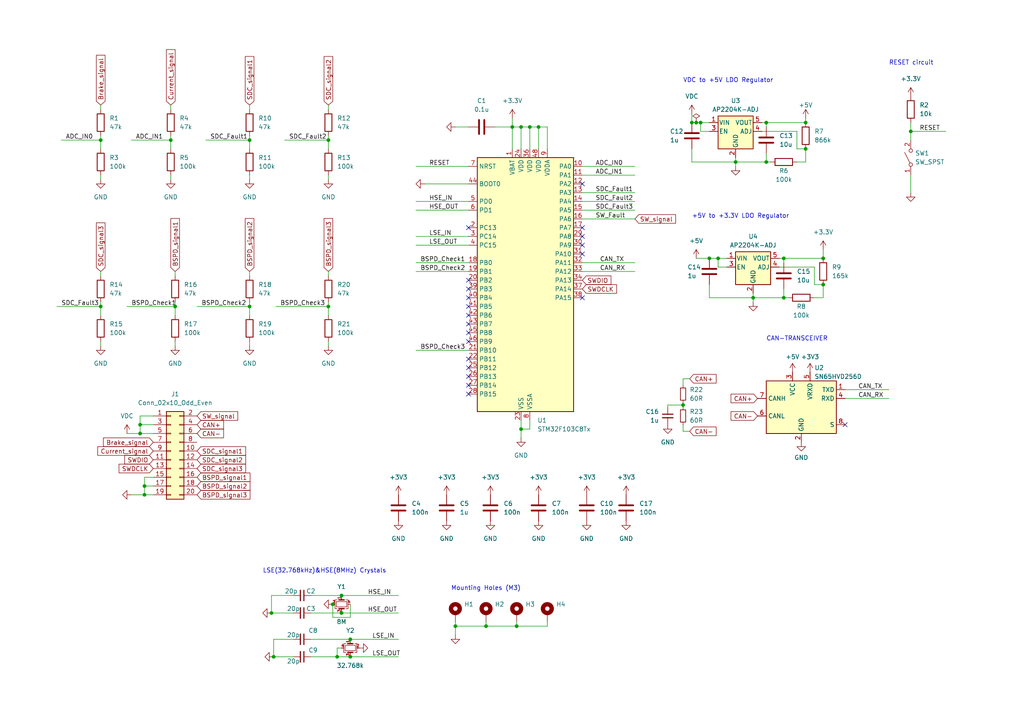
<source format=kicad_sch>
(kicad_sch (version 20230121) (generator eeschema)
  (paper "A4")
  (lib_symbols
    (symbol "Connector_Generic:Conn_02x10_Odd_Even" (pin_names (offset 1.016) hide)
      (property "Reference" "J" (at 1.27 12.7 0))
      (property "Value" "Conn_02x10_Odd_Even" (at 1.27 -15.24 0))
      (symbol "Conn_02x10_Odd_Even_1_1"
        (rectangle (start -1.27 -12.573) (end 0 -12.827) (stroke (width 0.1524)))
        (rectangle (start -1.27 -10.033) (end 0 -10.287) (stroke (width 0.1524)))
        (rectangle (start -1.27 -7.493) (end 0 -7.747) (stroke (width 0.1524)))
        (rectangle (start -1.27 -4.953) (end 0 -5.207) (stroke (width 0.1524)))
        (rectangle (start -1.27 -2.413) (end 0 -2.667) (stroke (width 0.1524)))
        (rectangle (start -1.27 0.127) (end 0 -0.127) (stroke (width 0.1524)))
        (rectangle (start -1.27 2.667) (end 0 2.413) (stroke (width 0.1524)))
        (rectangle (start -1.27 5.207) (end 0 4.953) (stroke (width 0.1524)))
        (rectangle (start -1.27 7.747) (end 0 7.493) (stroke (width 0.1524)))
        (rectangle (start -1.27 10.287) (end 0 10.033) (stroke (width 0.1524)))
        (rectangle (start -1.27 11.43) (end 3.81 -13.97) (stroke (width 0.254)) (fill (type background)))
        (rectangle (start 3.81 -12.573) (end 2.54 -12.827) (stroke (width 0.1524)))
        (rectangle (start 3.81 -10.033) (end 2.54 -10.287) (stroke (width 0.1524)))
        (rectangle (start 3.81 -7.493) (end 2.54 -7.747) (stroke (width 0.1524)))
        (rectangle (start 3.81 -4.953) (end 2.54 -5.207) (stroke (width 0.1524)))
        (rectangle (start 3.81 -2.413) (end 2.54 -2.667) (stroke (width 0.1524)))
        (rectangle (start 3.81 0.127) (end 2.54 -0.127) (stroke (width 0.1524)))
        (rectangle (start 3.81 2.667) (end 2.54 2.413) (stroke (width 0.1524)))
        (rectangle (start 3.81 5.207) (end 2.54 4.953) (stroke (width 0.1524)))
        (rectangle (start 3.81 7.747) (end 2.54 7.493) (stroke (width 0.1524)))
        (rectangle (start 3.81 10.287) (end 2.54 10.033) (stroke (width 0.1524)))
        (pin passive line (at -5.08 10.16 0) (length 3.81) (name "Pin_1") (number "1"))
        (pin passive line (at 7.62 0 180) (length 3.81) (name "Pin_10") (number "10"))
        (pin passive line (at -5.08 -2.54 0) (length 3.81) (name "Pin_11") (number "11"))
        (pin passive line (at 7.62 -2.54 180) (length 3.81) (name "Pin_12") (number "12"))
        (pin passive line (at -5.08 -5.08 0) (length 3.81) (name "Pin_13") (number "13"))
        (pin passive line (at 7.62 -5.08 180) (length 3.81) (name "Pin_14") (number "14"))
        (pin passive line (at -5.08 -7.62 0) (length 3.81) (name "Pin_15") (number "15"))
        (pin passive line (at 7.62 -7.62 180) (length 3.81) (name "Pin_16") (number "16"))
        (pin passive line (at -5.08 -10.16 0) (length 3.81) (name "Pin_17") (number "17"))
        (pin passive line (at 7.62 -10.16 180) (length 3.81) (name "Pin_18") (number "18"))
        (pin passive line (at -5.08 -12.7 0) (length 3.81) (name "Pin_19") (number "19"))
        (pin passive line (at 7.62 10.16 180) (length 3.81) (name "Pin_2") (number "2"))
        (pin passive line (at 7.62 -12.7 180) (length 3.81) (name "Pin_20") (number "20"))
        (pin passive line (at -5.08 7.62 0) (length 3.81) (name "Pin_3") (number "3"))
        (pin passive line (at 7.62 7.62 180) (length 3.81) (name "Pin_4") (number "4"))
        (pin passive line (at -5.08 5.08 0) (length 3.81) (name "Pin_5") (number "5"))
        (pin passive line (at 7.62 5.08 180) (length 3.81) (name "Pin_6") (number "6"))
        (pin passive line (at -5.08 2.54 0) (length 3.81) (name "Pin_7") (number "7"))
        (pin passive line (at 7.62 2.54 180) (length 3.81) (name "Pin_8") (number "8"))
        (pin passive line (at -5.08 0 0) (length 3.81) (name "Pin_9") (number "9"))
      )
    )
    (symbol "Device:C" (pin_numbers hide) (pin_names (offset 0.254))
      (property "Reference" "C" (at 0.635 2.54 0))
      (property "Value" "C" (at 0.635 -2.54 0))
      (symbol "C_0_1"
        (polyline (pts (xy -2.032 -0.762) (xy 2.032 -0.762)) (stroke (width 0.508)))
        (polyline (pts (xy -2.032 0.762) (xy 2.032 0.762)) (stroke (width 0.508)))
      )
      (symbol "C_1_1"
        (pin passive line (at 0 3.81 270) (length 2.794) (name "~") (number "1"))
        (pin passive line (at 0 -3.81 90) (length 2.794) (name "~") (number "2"))
      )
    )
    (symbol "Device:C_Small" (pin_numbers hide) (pin_names (offset 0.254) hide)
      (property "Reference" "C" (at 0.254 1.778 0))
      (property "Value" "C_Small" (at 0.254 -2.032 0))
      (symbol "C_Small_0_1"
        (polyline (pts (xy -1.524 -0.508) (xy 1.524 -0.508)) (stroke (width 0.3302)))
        (polyline (pts (xy -1.524 0.508) (xy 1.524 0.508)) (stroke (width 0.3048)))
      )
      (symbol "C_Small_1_1"
        (pin passive line (at 0 2.54 270) (length 2.032) (name "~") (number "1"))
        (pin passive line (at 0 -2.54 90) (length 2.032) (name "~") (number "2"))
      )
    )
    (symbol "Device:Crystal_GND24_Small" (pin_names (offset 1.016) hide)
      (property "Reference" "Y" (at 1.27 4.445 0))
      (property "Value" "Crystal_GND24_Small" (at 1.27 2.54 0))
      (symbol "Crystal_GND24_Small_0_1"
        (rectangle (start -0.762 -1.524) (end 0.762 1.524))
        (polyline (pts (xy -1.27 -0.762) (xy -1.27 0.762)) (stroke (width 0.381)))
        (polyline (pts (xy 1.27 -0.762) (xy 1.27 0.762)) (stroke (width 0.381)))
        (polyline (pts (xy -1.27 -1.27) (xy -1.27 -1.905) (xy 1.27 -1.905) (xy 1.27 -1.27)))
        (polyline (pts (xy -1.27 1.27) (xy -1.27 1.905) (xy 1.27 1.905) (xy 1.27 1.27)))
      )
      (symbol "Crystal_GND24_Small_1_1"
        (pin passive line (at -2.54 0 0) (length 1.27) (name "1") (number "1"))
        (pin passive line (at 0 -2.54 90) (length 0.635) (name "2") (number "2"))
        (pin passive line (at 2.54 0 180) (length 1.27) (name "3") (number "3"))
        (pin passive line (at 0 2.54 270) (length 0.635) (name "4") (number "4"))
      )
    )
    (symbol "Device:R" (pin_numbers hide) (pin_names (offset 0))
      (property "Reference" "R" (at 2.032 0 90))
      (property "Value" "R" (at 0 0 90))
      (symbol "R_0_1"
        (rectangle (start -1.016 -2.54) (end 1.016 2.54) (stroke (width 0.254)))
      )
      (symbol "R_1_1"
        (pin passive line (at 0 3.81 270) (length 1.27) (name "~") (number "1"))
        (pin passive line (at 0 -3.81 90) (length 1.27) (name "~") (number "2"))
      )
    )
    (symbol "Device:R_Small" (pin_numbers hide) (pin_names (offset 0.254) hide)
      (property "Reference" "R" (at 0.762 0.508 0))
      (property "Value" "R_Small" (at 0.762 -1.016 0))
      (symbol "R_Small_0_1"
        (rectangle (start -0.762 1.778) (end 0.762 -1.778) (stroke (width 0.2032)))
      )
      (symbol "R_Small_1_1"
        (pin passive line (at 0 2.54 270) (length 0.762) (name "~") (number "1"))
        (pin passive line (at 0 -2.54 90) (length 0.762) (name "~") (number "2"))
      )
    )
    (symbol "Interface_CAN_LIN:SN65HVD256D"
      (property "Reference" "U" (at -8.89 8.89 0))
      (property "Value" "SN65HVD256D" (at 2.54 8.89 0))
      (symbol "SN65HVD256D_0_1"
        (rectangle (start -10.16 7.62) (end 10.16 -7.62) (stroke (width 0.254)) (fill (type background)))
      )
      (symbol "SN65HVD256D_1_1"
        (pin input line (at -12.7 5.08 0) (length 2.54) (name "TXD") (number "1"))
        (pin power_in line (at 0 -10.16 90) (length 2.54) (name "GND") (number "2"))
        (pin power_in line (at 2.54 10.16 270) (length 2.54) (name "VCC") (number "3"))
        (pin output line (at -12.7 2.54 0) (length 2.54) (name "RXD") (number "4"))
        (pin power_in line (at -2.54 10.16 270) (length 2.54) (name "VRXD") (number "5"))
        (pin bidirectional line (at 12.7 -2.54 180) (length 2.54) (name "CANL") (number "6"))
        (pin bidirectional line (at 12.7 2.54 180) (length 2.54) (name "CANH") (number "7"))
        (pin input line (at -12.7 -5.08 0) (length 2.54) (name "S") (number "8"))
      )
    )
    (symbol "MCU_ST_STM32F1:STM32F103C8Tx"
      (property "Reference" "U" (at -12.7 39.37 0))
      (property "Value" "STM32F103C8Tx" (at 10.16 39.37 0))
      (symbol "STM32F103C8Tx_0_1"
        (rectangle (start -12.7 -35.56) (end 15.24 38.1) (stroke (width 0.254)) (fill (type background)))
      )
      (symbol "STM32F103C8Tx_1_1"
        (pin power_in line (at -2.54 40.64 270) (length 2.54) (name "VBAT") (number "1"))
        (pin bidirectional line (at 17.78 35.56 180) (length 2.54) (name "PA0") (number "10"))
        (pin bidirectional line (at 17.78 33.02 180) (length 2.54) (name "PA1") (number "11"))
        (pin bidirectional line (at 17.78 30.48 180) (length 2.54) (name "PA2") (number "12"))
        (pin bidirectional line (at 17.78 27.94 180) (length 2.54) (name "PA3") (number "13"))
        (pin bidirectional line (at 17.78 25.4 180) (length 2.54) (name "PA4") (number "14"))
        (pin bidirectional line (at 17.78 22.86 180) (length 2.54) (name "PA5") (number "15"))
        (pin bidirectional line (at 17.78 20.32 180) (length 2.54) (name "PA6") (number "16"))
        (pin bidirectional line (at 17.78 17.78 180) (length 2.54) (name "PA7") (number "17"))
        (pin bidirectional line (at -15.24 7.62 0) (length 2.54) (name "PB0") (number "18"))
        (pin bidirectional line (at -15.24 5.08 0) (length 2.54) (name "PB1") (number "19"))
        (pin bidirectional line (at -15.24 17.78 0) (length 2.54) (name "PC13") (number "2"))
        (pin bidirectional line (at -15.24 2.54 0) (length 2.54) (name "PB2") (number "20"))
        (pin bidirectional line (at -15.24 -17.78 0) (length 2.54) (name "PB10") (number "21"))
        (pin bidirectional line (at -15.24 -20.32 0) (length 2.54) (name "PB11") (number "22"))
        (pin power_in line (at 0 -38.1 90) (length 2.54) (name "VSS") (number "23"))
        (pin power_in line (at 0 40.64 270) (length 2.54) (name "VDD") (number "24"))
        (pin bidirectional line (at -15.24 -22.86 0) (length 2.54) (name "PB12") (number "25"))
        (pin bidirectional line (at -15.24 -25.4 0) (length 2.54) (name "PB13") (number "26"))
        (pin bidirectional line (at -15.24 -27.94 0) (length 2.54) (name "PB14") (number "27"))
        (pin bidirectional line (at -15.24 -30.48 0) (length 2.54) (name "PB15") (number "28"))
        (pin bidirectional line (at 17.78 15.24 180) (length 2.54) (name "PA8") (number "29"))
        (pin bidirectional line (at -15.24 15.24 0) (length 2.54) (name "PC14") (number "3"))
        (pin bidirectional line (at 17.78 12.7 180) (length 2.54) (name "PA9") (number "30"))
        (pin bidirectional line (at 17.78 10.16 180) (length 2.54) (name "PA10") (number "31"))
        (pin bidirectional line (at 17.78 7.62 180) (length 2.54) (name "PA11") (number "32"))
        (pin bidirectional line (at 17.78 5.08 180) (length 2.54) (name "PA12") (number "33"))
        (pin bidirectional line (at 17.78 2.54 180) (length 2.54) (name "PA13") (number "34"))
        (pin passive line (at 0 -38.1 90) (length 2.54) hide (name "VSS") (number "35"))
        (pin power_in line (at 2.54 40.64 270) (length 2.54) (name "VDD") (number "36"))
        (pin bidirectional line (at 17.78 0 180) (length 2.54) (name "PA14") (number "37"))
        (pin bidirectional line (at 17.78 -2.54 180) (length 2.54) (name "PA15") (number "38"))
        (pin bidirectional line (at -15.24 0 0) (length 2.54) (name "PB3") (number "39"))
        (pin bidirectional line (at -15.24 12.7 0) (length 2.54) (name "PC15") (number "4"))
        (pin bidirectional line (at -15.24 -2.54 0) (length 2.54) (name "PB4") (number "40"))
        (pin bidirectional line (at -15.24 -5.08 0) (length 2.54) (name "PB5") (number "41"))
        (pin bidirectional line (at -15.24 -7.62 0) (length 2.54) (name "PB6") (number "42"))
        (pin bidirectional line (at -15.24 -10.16 0) (length 2.54) (name "PB7") (number "43"))
        (pin input line (at -15.24 30.48 0) (length 2.54) (name "BOOT0") (number "44"))
        (pin bidirectional line (at -15.24 -12.7 0) (length 2.54) (name "PB8") (number "45"))
        (pin bidirectional line (at -15.24 -15.24 0) (length 2.54) (name "PB9") (number "46"))
        (pin passive line (at 0 -38.1 90) (length 2.54) hide (name "VSS") (number "47"))
        (pin power_in line (at 5.08 40.64 270) (length 2.54) (name "VDD") (number "48"))
        (pin bidirectional line (at -15.24 25.4 0) (length 2.54) (name "PD0") (number "5"))
        (pin bidirectional line (at -15.24 22.86 0) (length 2.54) (name "PD1") (number "6"))
        (pin input line (at -15.24 35.56 0) (length 2.54) (name "NRST") (number "7"))
        (pin power_in line (at 2.54 -38.1 90) (length 2.54) (name "VSSA") (number "8"))
        (pin power_in line (at 7.62 40.64 270) (length 2.54) (name "VDDA") (number "9"))
      )
    )
    (symbol "Mechanical:MountingHole_Pad" (pin_numbers hide) (pin_names (offset 1.016) hide)
      (property "Reference" "H" (at 0 6.35 0))
      (property "Value" "MountingHole_Pad" (at 0 4.445 0))
      (symbol "MountingHole_Pad_0_1"
        (circle (center 0 1.27) (radius 1.27) (stroke (width 1.27)))
      )
      (symbol "MountingHole_Pad_1_1"
        (pin input line (at 0 -2.54 90) (length 2.54) (name "1") (number "1"))
      )
    )
    (symbol "Regulator_Linear:AP2204K-ADJ" (pin_names (offset 0.254))
      (property "Reference" "U" (at -5.08 5.715 0))
      (property "Value" "AP2204K-ADJ" (at 0 5.715 0))
      (symbol "AP2204K-ADJ_0_1"
        (rectangle (start -5.08 4.445) (end 5.08 -5.08) (stroke (width 0.254)) (fill (type background)))
      )
      (symbol "AP2204K-ADJ_1_1"
        (pin power_in line (at -7.62 2.54 0) (length 2.54) (name "VIN") (number "1"))
        (pin power_in line (at 0 -7.62 90) (length 2.54) (name "GND") (number "2"))
        (pin input line (at -7.62 0 0) (length 2.54) (name "EN") (number "3"))
        (pin input line (at 7.62 0 180) (length 2.54) (name "ADJ") (number "4"))
        (pin power_out line (at 7.62 2.54 180) (length 2.54) (name "VOUT") (number "5"))
      )
    )
    (symbol "Switch:SW_SPST" (pin_names (offset 0) hide)
      (property "Reference" "SW" (at 0 3.175 0))
      (property "Value" "SW_SPST" (at 0 -2.54 0))
      (symbol "SW_SPST_0_0"
        (circle (center -2.032 0) (radius 0.508))
        (polyline (pts (xy -1.524 0.254) (xy 1.524 1.778)))
        (circle (center 2.032 0) (radius 0.508))
      )
      (symbol "SW_SPST_1_1"
        (pin passive line (at -5.08 0 0) (length 2.54) (name "A") (number "1"))
        (pin passive line (at 5.08 0 180) (length 2.54) (name "B") (number "2"))
      )
    )
    (symbol "power:+3.3V" (power) (pin_names (offset 0))
      (property "Value" "+3.3V" (at 0 3.556 0))
      (symbol "+3.3V_0_1"
        (polyline (pts (xy -0.762 1.27) (xy 0 2.54)))
        (polyline (pts (xy 0 0) (xy 0 2.54)))
        (polyline (pts (xy 0 2.54) (xy 0.762 1.27)))
      )
      (symbol "+3.3V_1_1"
        (pin power_in line (at 0 0 90) (length 0) hide (name "+3.3V") (number "1"))
      )
    )
    (symbol "power:+3V3" (power) (pin_names (offset 0))
      (property "Value" "+3V3" (at 0 3.556 0))
      (symbol "+3V3_0_1"
        (polyline (pts (xy -0.762 1.27) (xy 0 2.54)))
        (polyline (pts (xy 0 0) (xy 0 2.54)))
        (polyline (pts (xy 0 2.54) (xy 0.762 1.27)))
      )
      (symbol "+3V3_1_1"
        (pin power_in line (at 0 0 90) (length 0) hide (name "+3V3") (number "1"))
      )
    )
    (symbol "power:+5V" (power) (pin_names (offset 0))
      (property "Value" "+5V" (at 0 3.556 0))
      (symbol "+5V_0_1"
        (polyline (pts (xy -0.762 1.27) (xy 0 2.54)))
        (polyline (pts (xy 0 0) (xy 0 2.54)))
        (polyline (pts (xy 0 2.54) (xy 0.762 1.27)))
      )
      (symbol "+5V_1_1"
        (pin power_in line (at 0 0 90) (length 0) hide (name "+5V") (number "1"))
      )
    )
    (symbol "power:GND" (power) (pin_names (offset 0))
      (property "Value" "GND" (at 0 -3.81 0))
      (symbol "GND_0_1"
        (polyline (pts (xy 0 0) (xy 0 -1.27) (xy 1.27 -1.27) (xy 0 -2.54) (xy -1.27 -1.27) (xy 0 -1.27)))
      )
      (symbol "GND_1_1"
        (pin power_in line (at 0 0 270) (length 0) hide (name "GND") (number "1"))
      )
    )
    (symbol "power:PWR_FLAG" (power) (pin_numbers hide) (pin_names (offset 0) hide)
      (property "Value" "PWR_FLAG" (at 0 3.81 0))
      (symbol "PWR_FLAG_0_0"
        (pin power_out line (at 0 0 90) (length 0) (name "pwr") (number "1"))
      )
      (symbol "PWR_FLAG_0_1"
        (polyline (pts (xy 0 0) (xy 0 1.27) (xy -1.016 1.905) (xy 0 2.54) (xy 1.016 1.905) (xy 0 1.27)))
      )
    )
    (symbol "power:VDC" (power) (pin_names (offset 0))
      (property "Value" "VDC" (at 0 6.35 0))
      (symbol "VDC_0_1"
        (polyline (pts (xy -0.762 1.27) (xy 0 2.54)))
        (polyline (pts (xy 0 0) (xy 0 2.54)))
        (polyline (pts (xy 0 2.54) (xy 0.762 1.27)))
      )
      (symbol "VDC_1_1"
        (pin power_in line (at 0 0 90) (length 0) hide (name "VDC") (number "1"))
      )
    )
  )
  (junction (at 96.52 175.26))
  (junction (at 97.79 190.5))
  (junction (at 41.91 143.51))
  (junction (at 132.08 181.61))
  (junction (at 233.68 35.56))
  (junction (at 99.06 177.8))
  (junction (at 149.86 181.61))
  (junction (at 208.28 74.93))
  (junction (at 40.64 123.19))
  (junction (at 201.93 35.56))
  (junction (at 72.39 40.64))
  (junction (at 72.39 88.9))
  (junction (at 156.21 36.83))
  (junction (at 50.8 88.9))
  (junction (at 238.76 74.93))
  (junction (at 101.6 190.5))
  (junction (at 153.67 36.83))
  (junction (at 222.25 35.56))
  (junction (at 227.33 74.93))
  (junction (at 95.25 88.9))
  (junction (at 198.12 117.475))
  (junction (at 40.64 125.73))
  (junction (at 99.06 172.72))
  (junction (at 203.2 35.56))
  (junction (at 200.66 35.56))
  (junction (at 140.97 181.61))
  (junction (at 101.6 185.42))
  (junction (at 29.21 40.64))
  (junction (at 148.59 36.83))
  (junction (at 41.91 140.97))
  (junction (at 205.74 74.93))
  (junction (at 227.33 86.36))
  (junction (at 233.68 43.18))
  (junction (at 222.25 46.99))
  (junction (at 29.21 88.9))
  (junction (at 238.76 82.55))
  (junction (at 218.44 86.36))
  (junction (at 213.36 46.99))
  (junction (at 79.375 190.5))
  (junction (at 95.25 40.64))
  (junction (at 264.16 38.1))
  (junction (at 151.13 124.46))
  (junction (at 49.53 40.64))
  (junction (at 78.74 177.8))
  (junction (at 151.13 36.83))
  (no_connect (at 135.89 96.52))
  (no_connect (at 135.89 104.14))
  (no_connect (at 245.11 123.19))
  (no_connect (at 168.91 66.04))
  (no_connect (at 135.89 106.68))
  (no_connect (at 135.89 111.76))
  (no_connect (at 168.91 53.34))
  (no_connect (at 135.89 93.98))
  (no_connect (at 135.89 86.36))
  (no_connect (at 135.89 114.3))
  (no_connect (at 135.89 66.04))
  (no_connect (at 168.91 73.66))
  (no_connect (at 135.89 88.9))
  (no_connect (at 168.91 71.12))
  (no_connect (at 135.89 91.44))
  (no_connect (at 135.89 83.82))
  (no_connect (at 168.91 86.36))
  (no_connect (at 135.89 81.28))
  (no_connect (at 168.91 68.58))
  (no_connect (at 135.89 109.22))
  (no_connect (at 135.89 99.06))
  (wire (pts (xy 238.76 82.55) (xy 238.76 86.36)))
  (wire (pts (xy 153.67 36.83) (xy 153.67 43.18)))
  (wire (pts (xy 245.11 113.03) (xy 257.81 113.03)))
  (wire (pts (xy 151.13 36.83) (xy 153.67 36.83)))
  (wire (pts (xy 29.21 99.06) (xy 29.21 100.33)))
  (wire (pts (xy 101.6 185.42) (xy 115.57 185.42)))
  (wire (pts (xy 120.65 71.12) (xy 135.89 71.12)))
  (wire (pts (xy 220.98 38.1) (xy 231.14 38.1)))
  (wire (pts (xy 29.21 39.37) (xy 29.21 40.64)))
  (wire (pts (xy 143.51 36.83) (xy 148.59 36.83)))
  (wire (pts (xy 72.39 40.64) (xy 72.39 43.18)))
  (wire (pts (xy 156.21 36.83) (xy 158.75 36.83)))
  (wire (pts (xy 132.08 181.61) (xy 132.08 184.15)))
  (wire (pts (xy 29.21 88.9) (xy 29.21 91.44)))
  (wire (pts (xy 238.76 72.39) (xy 238.76 74.93)))
  (wire (pts (xy 168.91 60.96) (xy 184.15 60.96)))
  (wire (pts (xy 29.21 30.48) (xy 29.21 31.75)))
  (wire (pts (xy 222.25 35.56) (xy 222.25 36.83)))
  (wire (pts (xy 222.25 35.56) (xy 233.68 35.56)))
  (wire (pts (xy 198.12 125.095) (xy 198.12 123.19)))
  (wire (pts (xy 90.17 190.5) (xy 97.79 190.5)))
  (wire (pts (xy 198.12 116.84) (xy 198.12 117.475)))
  (wire (pts (xy 97.79 187.96) (xy 97.79 190.5)))
  (wire (pts (xy 29.21 40.64) (xy 29.21 43.18)))
  (wire (pts (xy 264.16 38.1) (xy 274.32 38.1)))
  (wire (pts (xy 38.1 143.51) (xy 41.91 143.51)))
  (wire (pts (xy 38.1 40.64) (xy 49.53 40.64)))
  (wire (pts (xy 140.97 181.61) (xy 149.86 181.61)))
  (wire (pts (xy 227.33 74.93) (xy 227.33 76.2)))
  (wire (pts (xy 231.14 46.99) (xy 233.68 46.99)))
  (wire (pts (xy 198.12 109.855) (xy 198.12 111.76)))
  (wire (pts (xy 95.25 88.9) (xy 95.25 91.44)))
  (wire (pts (xy 49.53 40.64) (xy 49.53 43.18)))
  (wire (pts (xy 49.53 50.8) (xy 49.53 52.07)))
  (wire (pts (xy 44.45 140.97) (xy 41.91 140.97)))
  (wire (pts (xy 213.36 46.99) (xy 213.36 45.72)))
  (wire (pts (xy 264.16 38.1) (xy 264.16 40.64)))
  (wire (pts (xy 222.25 46.99) (xy 223.52 46.99)))
  (wire (pts (xy 151.13 36.83) (xy 148.59 36.83)))
  (wire (pts (xy 120.65 68.58) (xy 135.89 68.58)))
  (wire (pts (xy 120.65 60.96) (xy 135.89 60.96)))
  (wire (pts (xy 140.97 180.34) (xy 140.97 181.61)))
  (wire (pts (xy 78.74 177.8) (xy 78.74 172.72)))
  (wire (pts (xy 208.28 74.93) (xy 208.28 77.47)))
  (wire (pts (xy 151.13 121.92) (xy 151.13 124.46)))
  (wire (pts (xy 95.25 39.37) (xy 95.25 40.64)))
  (wire (pts (xy 78.74 177.8) (xy 85.09 177.8)))
  (wire (pts (xy 203.2 35.56) (xy 203.2 38.1)))
  (wire (pts (xy 40.64 123.19) (xy 44.45 123.19)))
  (wire (pts (xy 233.68 34.29) (xy 233.68 35.56)))
  (wire (pts (xy 158.75 181.61) (xy 158.75 180.34)))
  (wire (pts (xy 101.6 190.5) (xy 115.57 190.5)))
  (wire (pts (xy 95.25 78.74) (xy 95.25 80.01)))
  (wire (pts (xy 168.91 78.74) (xy 184.15 78.74)))
  (wire (pts (xy 72.39 99.06) (xy 72.39 100.33)))
  (wire (pts (xy 101.6 175.26) (xy 101.6 179.07)))
  (wire (pts (xy 168.91 48.26) (xy 184.15 48.26)))
  (wire (pts (xy 168.91 58.42) (xy 184.15 58.42)))
  (wire (pts (xy 97.79 190.5) (xy 101.6 190.5)))
  (wire (pts (xy 95.25 99.06) (xy 95.25 100.33)))
  (wire (pts (xy 41.91 143.51) (xy 44.45 143.51)))
  (wire (pts (xy 72.39 30.48) (xy 72.39 31.75)))
  (wire (pts (xy 50.8 87.63) (xy 50.8 88.9)))
  (wire (pts (xy 72.39 78.74) (xy 72.39 80.01)))
  (wire (pts (xy 213.36 46.99) (xy 222.25 46.99)))
  (wire (pts (xy 120.65 76.2) (xy 135.89 76.2)))
  (wire (pts (xy 79.375 190.5) (xy 85.09 190.5)))
  (wire (pts (xy 201.93 74.93) (xy 205.74 74.93)))
  (wire (pts (xy 49.53 30.48) (xy 49.53 31.75)))
  (wire (pts (xy 236.22 77.47) (xy 236.22 82.55)))
  (wire (pts (xy 72.39 88.9) (xy 72.39 91.44)))
  (wire (pts (xy 231.14 38.1) (xy 231.14 43.18)))
  (wire (pts (xy 95.25 87.63) (xy 95.25 88.9)))
  (wire (pts (xy 151.13 124.46) (xy 151.13 127)))
  (wire (pts (xy 153.67 36.83) (xy 156.21 36.83)))
  (wire (pts (xy 79.375 190.5) (xy 79.375 185.42)))
  (wire (pts (xy 208.28 74.93) (xy 210.82 74.93)))
  (wire (pts (xy 226.06 74.93) (xy 227.33 74.93)))
  (wire (pts (xy 50.8 78.74) (xy 50.8 80.01)))
  (wire (pts (xy 72.39 50.8) (xy 72.39 52.07)))
  (wire (pts (xy 29.21 50.8) (xy 29.21 52.07)))
  (wire (pts (xy 49.53 39.37) (xy 49.53 40.64)))
  (wire (pts (xy 227.33 83.82) (xy 227.33 86.36)))
  (wire (pts (xy 236.22 86.36) (xy 238.76 86.36)))
  (wire (pts (xy 36.83 125.73) (xy 40.64 125.73)))
  (wire (pts (xy 205.74 74.93) (xy 208.28 74.93)))
  (wire (pts (xy 193.675 117.475) (xy 193.675 118.11)))
  (wire (pts (xy 148.59 36.83) (xy 148.59 43.18)))
  (wire (pts (xy 168.91 50.8) (xy 184.15 50.8)))
  (wire (pts (xy 78.74 172.72) (xy 85.09 172.72)))
  (wire (pts (xy 201.93 35.56) (xy 203.2 35.56)))
  (wire (pts (xy 40.64 125.73) (xy 44.45 125.73)))
  (wire (pts (xy 245.11 115.57) (xy 257.81 115.57)))
  (wire (pts (xy 149.86 181.61) (xy 158.75 181.61)))
  (wire (pts (xy 149.86 180.34) (xy 149.86 181.61)))
  (wire (pts (xy 236.22 82.55) (xy 238.76 82.55)))
  (wire (pts (xy 59.69 40.64) (xy 72.39 40.64)))
  (wire (pts (xy 99.06 187.96) (xy 97.79 187.96)))
  (wire (pts (xy 90.17 177.8) (xy 99.06 177.8)))
  (wire (pts (xy 44.45 120.65) (xy 40.64 120.65)))
  (wire (pts (xy 198.12 117.475) (xy 198.12 118.11)))
  (wire (pts (xy 205.74 86.36) (xy 218.44 86.36)))
  (wire (pts (xy 132.08 180.34) (xy 132.08 181.61)))
  (wire (pts (xy 80.01 88.9) (xy 95.25 88.9)))
  (wire (pts (xy 40.64 123.19) (xy 40.64 125.73)))
  (wire (pts (xy 57.15 88.9) (xy 72.39 88.9)))
  (wire (pts (xy 36.83 88.9) (xy 50.8 88.9)))
  (wire (pts (xy 168.91 63.5) (xy 184.15 63.5)))
  (wire (pts (xy 72.39 87.63) (xy 72.39 88.9)))
  (wire (pts (xy 99.06 172.72) (xy 115.57 172.72)))
  (wire (pts (xy 203.2 38.1) (xy 205.74 38.1)))
  (wire (pts (xy 90.17 185.42) (xy 101.6 185.42)))
  (wire (pts (xy 44.45 138.43) (xy 41.91 138.43)))
  (wire (pts (xy 120.65 78.74) (xy 135.89 78.74)))
  (wire (pts (xy 218.44 86.36) (xy 218.44 85.09)))
  (wire (pts (xy 120.65 58.42) (xy 135.89 58.42)))
  (wire (pts (xy 29.21 78.74) (xy 29.21 80.01)))
  (wire (pts (xy 50.8 99.06) (xy 50.8 100.33)))
  (wire (pts (xy 95.25 40.64) (xy 95.25 43.18)))
  (wire (pts (xy 200.66 43.18) (xy 200.66 46.99)))
  (wire (pts (xy 151.13 43.18) (xy 151.13 36.83)))
  (wire (pts (xy 72.39 39.37) (xy 72.39 40.64)))
  (wire (pts (xy 200.66 35.56) (xy 201.93 35.56)))
  (wire (pts (xy 203.2 35.56) (xy 205.74 35.56)))
  (wire (pts (xy 156.21 36.83) (xy 156.21 43.18)))
  (wire (pts (xy 153.67 124.46) (xy 151.13 124.46)))
  (wire (pts (xy 95.25 50.8) (xy 95.25 52.07)))
  (wire (pts (xy 200.66 33.02) (xy 200.66 35.56)))
  (wire (pts (xy 40.64 120.65) (xy 40.64 123.19)))
  (wire (pts (xy 50.8 88.9) (xy 50.8 91.44)))
  (wire (pts (xy 153.67 121.92) (xy 153.67 124.46)))
  (wire (pts (xy 79.375 185.42) (xy 85.09 185.42)))
  (wire (pts (xy 120.65 48.26) (xy 135.89 48.26)))
  (wire (pts (xy 222.25 44.45) (xy 222.25 46.99)))
  (wire (pts (xy 123.19 53.34) (xy 135.89 53.34)))
  (wire (pts (xy 264.16 50.8) (xy 264.16 55.88)))
  (wire (pts (xy 16.51 88.9) (xy 29.21 88.9)))
  (wire (pts (xy 227.33 86.36) (xy 228.6 86.36)))
  (wire (pts (xy 193.675 117.475) (xy 198.12 117.475)))
  (wire (pts (xy 120.65 101.6) (xy 135.89 101.6)))
  (wire (pts (xy 200.025 125.095) (xy 198.12 125.095)))
  (wire (pts (xy 231.14 43.18) (xy 233.68 43.18)))
  (wire (pts (xy 220.98 35.56) (xy 222.25 35.56)))
  (wire (pts (xy 29.21 87.63) (xy 29.21 88.9)))
  (wire (pts (xy 200.66 46.99) (xy 213.36 46.99)))
  (wire (pts (xy 208.28 77.47) (xy 210.82 77.47)))
  (wire (pts (xy 233.68 43.18) (xy 233.68 46.99)))
  (wire (pts (xy 82.55 40.64) (xy 95.25 40.64)))
  (wire (pts (xy 264.16 38.1) (xy 264.16 35.56)))
  (wire (pts (xy 132.08 181.61) (xy 140.97 181.61)))
  (wire (pts (xy 168.91 76.2) (xy 184.15 76.2)))
  (wire (pts (xy 218.44 87.63) (xy 218.44 86.36)))
  (wire (pts (xy 101.6 179.07) (xy 96.52 179.07)))
  (wire (pts (xy 96.52 179.07) (xy 96.52 175.26)))
  (wire (pts (xy 41.91 140.97) (xy 41.91 143.51)))
  (wire (pts (xy 132.08 36.83) (xy 135.89 36.83)))
  (wire (pts (xy 17.78 40.64) (xy 29.21 40.64)))
  (wire (pts (xy 218.44 86.36) (xy 227.33 86.36)))
  (wire (pts (xy 95.25 30.48) (xy 95.25 31.75)))
  (wire (pts (xy 158.75 36.83) (xy 158.75 43.18)))
  (wire (pts (xy 99.06 177.8) (xy 115.57 177.8)))
  (wire (pts (xy 226.06 77.47) (xy 236.22 77.47)))
  (wire (pts (xy 205.74 82.55) (xy 205.74 86.36)))
  (wire (pts (xy 148.59 34.29) (xy 148.59 36.83)))
  (wire (pts (xy 227.33 74.93) (xy 238.76 74.93)))
  (wire (pts (xy 200.025 109.855) (xy 198.12 109.855)))
  (wire (pts (xy 168.91 55.88) (xy 184.15 55.88)))
  (wire (pts (xy 90.17 172.72) (xy 99.06 172.72)))
  (wire (pts (xy 213.36 48.26) (xy 213.36 46.99)))
  (wire (pts (xy 41.91 138.43) (xy 41.91 140.97)))
  (text "+5V to +3.3V LDO Regulator\n" (at 200.66 63.5 0) (effects (font (size 1.27 1.27)) (justify left bottom)))
  (text "Mounting Holes (M3)\n" (at 130.81 171.45 0) (effects (font (size 1.27 1.27)) (justify left bottom)))
  (text "RESET circuit" (at 257.81 19.05 0) (effects (font (size 1.27 1.27)) (justify left bottom)))
  (text "VDC to +5V LDO Regulator\n" (at 198.12 24.13 0) (effects (font (size 1.27 1.27)) (justify left bottom)))
  (text "CAN-TRANSCEIVER" (at 222.25 99.06 0) (effects (font (size 1.27 1.27)) (justify left bottom)))
  (text "LSE(32.768kHz)&HSE(8MHz) Crystals\n" (at 76.2 166.37 0) (effects (font (size 1.27 1.27)) (justify left bottom)))
  (label "HSE_OUT" (at 124.46 60.96 0))
  (label "HSE_OUT" (at 106.68 177.8 0))
  (label "BSPD_Check1" (at 121.92 76.2 0))
  (label "SDC_Fault2" (at 172.72 58.42 0))
  (label "RESET" (at 124.46 48.26 0))
  (label "LSE_IN" (at 124.46 68.58 0))
  (label "SDC_Fault3" (at 17.78 88.9 0))
  (label "BSPD_Check2" (at 58.42 88.9 0))
  (label "RESET" (at 266.7 38.1 0))
  (label "LSE_OUT" (at 107.95 190.5 0))
  (label "ADC_IN0" (at 172.72 48.26 0))
  (label "CAN_RX" (at 173.99 78.74 0))
  (label "BSPD_Check2" (at 121.92 78.74 0))
  (label "SDC_Fault1" (at 60.96 40.64 0))
  (label "BSPD_Check3" (at 121.92 101.6 0))
  (label "CAN_TX" (at 248.92 113.03 0))
  (label "LSE_IN" (at 107.95 185.42 0))
  (label "SW_Fault" (at 172.72 63.5 0))
  (label "ADC_IN0" (at 19.05 40.64 0))
  (label "CAN_TX" (at 173.99 76.2 0))
  (label "ADC_IN1" (at 39.37 40.64 0))
  (label "BSPD_Check1" (at 38.1 88.9 0))
  (label "HSE_IN" (at 124.46 58.42 0))
  (label "SDC_Fault1" (at 172.72 55.88 0))
  (label "SDC_Fault2" (at 83.82 40.64 0))
  (label "CAN_RX" (at 248.92 115.57 0))
  (label "ADC_IN1" (at 172.72 50.8 0))
  (label "BSPD_Check3" (at 81.28 88.9 0))
  (label "HSE_IN" (at 106.68 172.72 0))
  (label "SDC_Fault3" (at 172.72 60.96 0))
  (label "LSE_OUT" (at 124.46 71.12 0))
  (global_label "Current_signal" (shape input) (at 49.53 30.48 90) (property "Intersheetrefs" "${INTERSHEET_REFS}" (effects hide)))
  (global_label "CAN+" (shape input) (at 200.025 109.855 0) (property "Intersheetrefs" "${INTERSHEET_REFS}" (effects hide)))
  (global_label "SDC_signal3" (shape input) (at 57.15 135.89 0) (property "Intersheetrefs" "${INTERSHEET_REFS}" (effects hide)))
  (global_label "CAN-" (shape input) (at 200.025 125.095 0) (property "Intersheetrefs" "${INTERSHEET_REFS}" (effects hide)))
  (global_label "Brake_signal" (shape input) (at 44.45 128.27 180) (property "Intersheetrefs" "${INTERSHEET_REFS}" (effects hide)))
  (global_label "SWDCLK" (shape input) (at 168.91 83.82 0) (property "Intersheetrefs" "${INTERSHEET_REFS}" (effects hide)))
  (global_label "SDC_signal2" (shape input) (at 57.15 133.35 0) (property "Intersheetrefs" "${INTERSHEET_REFS}" (effects hide)))
  (global_label "SWDCLK" (shape input) (at 44.45 135.89 180) (property "Intersheetrefs" "${INTERSHEET_REFS}" (effects hide)))
  (global_label "SDC_signal1" (shape input) (at 57.15 130.81 0) (property "Intersheetrefs" "${INTERSHEET_REFS}" (effects hide)))
  (global_label "CAN+" (shape input) (at 219.71 115.57 180) (property "Intersheetrefs" "${INTERSHEET_REFS}" (effects hide)))
  (global_label "SW_signal" (shape input) (at 184.15 63.5 0) (property "Intersheetrefs" "${INTERSHEET_REFS}" (effects hide)))
  (global_label "CAN-" (shape input) (at 57.15 125.73 0) (property "Intersheetrefs" "${INTERSHEET_REFS}" (effects hide)))
  (global_label "BSPD_signal2" (shape input) (at 72.39 78.74 90) (property "Intersheetrefs" "${INTERSHEET_REFS}" (effects hide)))
  (global_label "SDC_signal1" (shape input) (at 72.39 30.48 90) (property "Intersheetrefs" "${INTERSHEET_REFS}" (effects hide)))
  (global_label "SWDIO" (shape input) (at 168.91 81.28 0) (property "Intersheetrefs" "${INTERSHEET_REFS}" (effects hide)))
  (global_label "BSPD_signal1" (shape input) (at 50.8 78.74 90) (property "Intersheetrefs" "${INTERSHEET_REFS}" (effects hide)))
  (global_label "BSPD_signal2" (shape input) (at 57.15 140.97 0) (property "Intersheetrefs" "${INTERSHEET_REFS}" (effects hide)))
  (global_label "Brake_signal" (shape input) (at 29.21 30.48 90) (property "Intersheetrefs" "${INTERSHEET_REFS}" (effects hide)))
  (global_label "CAN-" (shape input) (at 219.71 120.65 180) (property "Intersheetrefs" "${INTERSHEET_REFS}" (effects hide)))
  (global_label "SDC_signal2" (shape input) (at 95.25 30.48 90) (property "Intersheetrefs" "${INTERSHEET_REFS}" (effects hide)))
  (global_label "CAN+" (shape input) (at 57.15 123.19 0) (property "Intersheetrefs" "${INTERSHEET_REFS}" (effects hide)))
  (global_label "SW_signal" (shape input) (at 57.15 120.65 0) (property "Intersheetrefs" "${INTERSHEET_REFS}" (effects hide)))
  (global_label "BSPD_signal1" (shape input) (at 57.15 138.43 0) (property "Intersheetrefs" "${INTERSHEET_REFS}" (effects hide)))
  (global_label "SDC_signal3" (shape input) (at 29.21 78.74 90) (property "Intersheetrefs" "${INTERSHEET_REFS}" (effects hide)))
  (global_label "Current_signal" (shape input) (at 44.45 130.81 180) (property "Intersheetrefs" "${INTERSHEET_REFS}" (effects hide)))
  (global_label "BSPD_signal3" (shape input) (at 95.25 78.74 90) (property "Intersheetrefs" "${INTERSHEET_REFS}" (effects hide)))
  (global_label "SWDIO" (shape input) (at 44.45 133.35 180) (property "Intersheetrefs" "${INTERSHEET_REFS}" (effects hide)))
  (global_label "BSPD_signal3" (shape input) (at 57.15 143.51 0) (property "Intersheetrefs" "${INTERSHEET_REFS}" (effects hide)))
  (symbol (lib_id "Device:R") (at 232.41 86.36 90) (unit 1)
    (property "Reference" "R8" (at 232.41 88.9 90))
    (property "Value" "100k" (at 232.41 91.44 90))
    (property "Footprint" "Resistor_SMD:R_0603_1608Metric" (effects hide))
  )
  (symbol (lib_id "Device:C") (at 129.54 147.32 0) (unit 1)
    (property "Reference" "C5" (at 133.35 146.05 0) (effects (justify left)))
    (property "Value" "1u" (at 133.35 148.59 0) (effects (justify left)))
    (property "Footprint" "Resistor_SMD:R_0603_1608Metric" (effects hide))
  )
  (symbol (lib_id "Mechanical:MountingHole_Pad") (at 158.75 177.8 0) (unit 1) (in_bom no)
    (property "Reference" "H4" (at 161.29 175.26 0) (effects (justify left)))
    (property "Value" "MountingHole_Pad" (effects hide))
    (property "Footprint" "MountingHole:MountingHole_2.2mm_M2_Pad" (effects hide))
  )
  (symbol (lib_id "Device:Crystal_GND24_Small") (at 99.06 175.26 270) (unit 1)
    (property "Reference" "Y1" (at 99.06 170.18 90))
    (property "Value" "8M" (at 99.06 180.34 90))
    (property "Footprint" "Crystal:Crystal_SMD_SeikoEpson_FA238-4Pin_3.2x2.5mm" (effects hide))
  )
  (symbol (lib_id "Connector_Generic:Conn_02x10_Odd_Even") (at 49.53 130.81 0) (unit 1)
    (property "Reference" "J1" (at 50.8 114.3 0))
    (property "Value" "Conn_02x10_Odd_Even" (at 50.8 116.84 0))
  )
  (symbol (lib_id "Device:R") (at 95.25 83.82 0) (unit 1)
    (property "Reference" "R20" (at 97.79 82.55 0) (effects (justify left)))
    (property "Value" "47k" (at 97.79 85.09 0) (effects (justify left)))
    (property "Footprint" "Resistor_SMD:R_0603_1608Metric" (effects hide))
  )
  (symbol (lib_id "Device:C") (at 227.33 80.01 0) (unit 1)
    (property "Reference" "C15" (at 231.14 78.74 0) (effects (justify left)))
    (property "Value" "10u" (at 231.14 81.28 0) (effects (justify left)))
    (property "Footprint" "Capacitor_SMD:C_0805_2012Metric" (effects hide))
  )
  (symbol (lib_id "power:GND") (at 132.08 36.83 270) (unit 1)
    (property "Reference" "#PWR03" (effects hide))
    (property "Value" "GND" (effects hide))
  )
  (symbol (lib_id "power:+5V") (at 233.68 34.29 0) (unit 1)
    (property "Reference" "#PWR025" (effects hide))
    (property "Value" "+5V" (at 233.68 30.48 0))
  )
  (symbol (lib_id "power:GND") (at 213.36 48.26 0) (unit 1)
    (property "Reference" "#PWR024" (effects hide))
    (property "Value" "GND" (effects hide))
  )
  (symbol (lib_id "power:GND") (at 29.21 52.07 0) (unit 1)
    (property "Reference" "#PWR016" (effects hide))
    (property "Value" "GND" (at 29.21 57.15 0))
  )
  (symbol (lib_id "power:GND") (at 264.16 55.88 0) (unit 1)
    (property "Reference" "#PWR020" (effects hide))
    (property "Value" "GND" (effects hide))
  )
  (symbol (lib_id "power:+3.3V") (at 148.59 34.29 0) (unit 1)
    (property "Reference" "#PWR02" (effects hide))
    (property "Value" "+3.3V" (at 148.59 29.21 0))
  )
  (symbol (lib_id "Device:C") (at 222.25 40.64 0) (unit 1)
    (property "Reference" "C13" (at 226.06 39.37 0) (effects (justify left)))
    (property "Value" "10u" (at 226.06 41.91 0) (effects (justify left)))
    (property "Footprint" "Capacitor_SMD:C_0805_2012Metric" (effects hide))
  )
  (symbol (lib_id "Device:C") (at 156.21 147.32 0) (unit 1)
    (property "Reference" "C7" (at 160.02 146.05 0) (effects (justify left)))
    (property "Value" "100n" (at 160.02 148.59 0) (effects (justify left)))
    (property "Footprint" "Resistor_SMD:R_0603_1608Metric" (effects hide))
  )
  (symbol (lib_id "Mechanical:MountingHole_Pad") (at 132.08 177.8 0) (unit 1) (in_bom no)
    (property "Reference" "H1" (at 134.62 175.26 0) (effects (justify left)))
    (property "Value" "MountingHole_Pad" (effects hide))
    (property "Footprint" "MountingHole:MountingHole_2.2mm_M2_Pad" (effects hide))
  )
  (symbol (lib_id "power:VDC") (at 36.83 125.73 0) (unit 1)
    (property "Reference" "#PWR014" (effects hide))
    (property "Value" "VDC" (at 36.83 120.65 0))
  )
  (symbol (lib_id "power:+5V") (at 201.93 74.93 0) (unit 1)
    (property "Reference" "#PWR028" (effects hide))
    (property "Value" "+5V" (at 201.93 69.85 0))
  )
  (symbol (lib_id "Device:C_Small") (at 87.63 190.5 270) (unit 1)
    (property "Reference" "C9" (at 90.805 188.595 90))
    (property "Value" "20p" (at 85.09 191.77 90))
    (property "Footprint" "Capacitor_SMD:C_0603_1608Metric" (effects hide))
  )
  (symbol (lib_id "Device:R") (at 72.39 95.25 0) (unit 1)
    (property "Reference" "R19" (at 74.93 93.98 0) (effects (justify left)))
    (property "Value" "100k" (at 74.93 96.52 0) (effects (justify left)))
    (property "Footprint" "Resistor_SMD:R_0603_1608Metric" (effects hide))
  )
  (symbol (lib_id "power:+3V3") (at 170.18 143.51 0) (unit 1)
    (property "Reference" "#PWR018" (effects hide))
    (property "Value" "+3V3" (at 170.18 138.43 0))
  )
  (symbol (lib_id "power:GND") (at 95.25 52.07 0) (unit 1)
    (property "Reference" "#PWR034" (effects hide))
    (property "Value" "GND" (at 95.25 57.15 0))
  )
  (symbol (lib_id "power:GND") (at 129.54 151.13 0) (unit 1)
    (property "Reference" "#PWR08" (effects hide))
    (property "Value" "GND" (at 129.54 156.21 0))
  )
  (symbol (lib_id "Device:R_Small") (at 198.12 114.3 0) (unit 1)
    (property "Reference" "R22" (at 200.025 113.03 0) (effects (justify left)))
    (property "Value" "60R" (at 200.025 115.57 0) (effects (justify left)))
    (property "Footprint" "Resistor_SMD:R_0603_1608Metric" (effects hide))
  )
  (symbol (lib_id "Device:C_Small") (at 87.63 185.42 270) (unit 1)
    (property "Reference" "C8" (at 90.805 182.88 90))
    (property "Value" "20p" (at 85.09 184.15 90))
    (property "Footprint" "Capacitor_SMD:C_0603_1608Metric" (effects hide))
  )
  (symbol (lib_id "power:GND") (at 115.57 151.13 0) (unit 1)
    (property "Reference" "#PWR06" (effects hide))
    (property "Value" "GND" (at 115.57 156.21 0))
  )
  (symbol (lib_id "Device:R") (at 72.39 83.82 0) (unit 1)
    (property "Reference" "R18" (at 74.93 82.55 0) (effects (justify left)))
    (property "Value" "47k" (at 74.93 85.09 0) (effects (justify left)))
    (property "Footprint" "Resistor_SMD:R_0603_1608Metric" (effects hide))
  )
  (symbol (lib_id "Device:R") (at 95.25 35.56 0) (unit 1)
    (property "Reference" "R12" (at 97.79 34.29 0) (effects (justify left)))
    (property "Value" "47k" (at 97.79 36.83 0) (effects (justify left)))
    (property "Footprint" "Resistor_SMD:R_0603_1608Metric" (effects hide))
  )
  (symbol (lib_id "Device:R") (at 264.16 31.75 0) (unit 1)
    (property "Reference" "R2" (at 266.7 30.48 0) (effects (justify left)))
    (property "Value" "10k" (at 266.7 33.02 0) (effects (justify left)))
    (property "Footprint" "Resistor_SMD:R_0603_1608Metric" (effects hide))
  )
  (symbol (lib_id "power:+3.3V") (at 264.16 27.94 0) (unit 1)
    (property "Reference" "#PWR019" (effects hide))
    (property "Value" "+3.3V" (at 264.16 22.86 0))
  )
  (symbol (lib_id "power:GND") (at 123.19 53.34 270) (unit 1)
    (property "Reference" "#PWR013" (effects hide))
    (property "Value" "GND" (effects hide))
  )
  (symbol (lib_id "power:GND") (at 50.8 100.33 0) (unit 1)
    (property "Reference" "#PWR038" (effects hide))
    (property "Value" "GND" (at 50.8 105.41 0))
  )
  (symbol (lib_id "power:GND") (at 170.18 151.13 0) (unit 1)
    (property "Reference" "#PWR062" (effects hide))
    (property "Value" "GND" (at 170.18 156.21 0))
  )
  (symbol (lib_id "Regulator_Linear:AP2204K-ADJ") (at 218.44 77.47 0) (unit 1)
    (property "Reference" "U4" (at 218.44 68.58 0))
    (property "Value" "AP2204K-ADJ" (at 218.44 71.12 0))
    (property "Footprint" "Package_TO_SOT_SMD:SOT-23-5" (effects hide))
    (property "Datasheet" "https://www.diodes.com/assets/Datasheets/AP2204.pdf" (effects hide))
  )
  (symbol (lib_id "power:+3V3") (at 129.54 143.51 0) (unit 1)
    (property "Reference" "#PWR07" (effects hide))
    (property "Value" "+3V3" (at 129.54 138.43 0))
  )
  (symbol (lib_id "power:GND") (at 49.53 52.07 0) (unit 1)
    (property "Reference" "#PWR030" (effects hide))
    (property "Value" "GND" (at 49.53 57.15 0))
  )
  (symbol (lib_id "power:+3V3") (at 156.21 143.51 0) (unit 1)
    (property "Reference" "#PWR011" (effects hide))
    (property "Value" "+3V3" (at 156.21 138.43 0))
  )
  (symbol (lib_id "Device:C") (at 139.7 36.83 90) (unit 1)
    (property "Reference" "C1" (at 139.7 29.21 90))
    (property "Value" "0.1u" (at 139.7 31.75 90))
  )
  (symbol (lib_id "Device:R") (at 95.25 95.25 0) (unit 1)
    (property "Reference" "R21" (at 97.79 93.98 0) (effects (justify left)))
    (property "Value" "100k" (at 97.79 96.52 0) (effects (justify left)))
    (property "Footprint" "Resistor_SMD:R_0603_1608Metric" (effects hide))
  )
  (symbol (lib_id "Device:R") (at 49.53 35.56 0) (unit 1)
    (property "Reference" "R4" (at 52.07 34.29 0) (effects (justify left)))
    (property "Value" "47k" (at 52.07 36.83 0) (effects (justify left)))
    (property "Footprint" "Resistor_SMD:R_0603_1608Metric" (effects hide))
  )
  (symbol (lib_id "Device:R") (at 29.21 95.25 0) (unit 1)
    (property "Reference" "R15" (at 31.75 93.98 0) (effects (justify left)))
    (property "Value" "100k" (at 31.75 96.52 0) (effects (justify left)))
    (property "Footprint" "Resistor_SMD:R_0603_1608Metric" (effects hide))
  )
  (symbol (lib_id "Device:R") (at 29.21 35.56 0) (unit 1)
    (property "Reference" "R1" (at 31.75 34.29 0) (effects (justify left)))
    (property "Value" "47k" (at 31.75 36.83 0) (effects (justify left)))
    (property "Footprint" "Resistor_SMD:R_0603_1608Metric" (effects hide))
  )
  (symbol (lib_id "power:GND") (at 156.21 151.13 0) (unit 1)
    (property "Reference" "#PWR012" (effects hide))
    (property "Value" "GND" (at 156.21 156.21 0))
  )
  (symbol (lib_id "Device:C_Small") (at 87.63 177.8 270) (unit 1)
    (property "Reference" "C3" (at 90.17 176.53 90))
    (property "Value" "20p" (at 85.09 176.53 90))
    (property "Footprint" "Capacitor_SMD:C_0603_1608Metric" (effects hide))
  )
  (symbol (lib_id "power:GND") (at 218.44 87.63 0) (unit 1)
    (property "Reference" "#PWR026" (effects hide))
    (property "Value" "GND" (effects hide))
  )
  (symbol (lib_id "Device:C") (at 142.24 147.32 0) (unit 1)
    (property "Reference" "C6" (at 146.05 146.05 0) (effects (justify left)))
    (property "Value" "100n" (at 146.05 148.59 0) (effects (justify left)))
    (property "Footprint" "Resistor_SMD:R_0603_1608Metric" (effects hide))
  )
  (symbol (lib_id "power:GND") (at 95.25 100.33 0) (unit 1)
    (property "Reference" "#PWR042" (effects hide))
    (property "Value" "GND" (at 95.25 105.41 0))
  )
  (symbol (lib_id "power:GND") (at 79.375 190.5 270) (unit 1)
    (property "Reference" "#PWR022" (effects hide))
    (property "Value" "GND" (effects hide))
  )
  (symbol (lib_id "Mechanical:MountingHole_Pad") (at 140.97 177.8 0) (unit 1) (in_bom no)
    (property "Reference" "H2" (at 143.51 175.26 0) (effects (justify left)))
    (property "Value" "MountingHole_Pad" (effects hide))
    (property "Footprint" "MountingHole:MountingHole_2.2mm_M2_Pad" (effects hide))
  )
  (symbol (lib_id "Switch:SW_SPST") (at 264.16 45.72 90) (unit 1)
    (property "Reference" "SW1" (at 265.43 44.45 90) (effects (justify right)))
    (property "Value" "SW_SPST" (at 265.43 46.99 90) (effects (justify right)))
    (property "Footprint" "Button_Switch_SMD:SW_SPST_FSMSM" (effects hide))
  )
  (symbol (lib_id "Device:R_Small") (at 198.12 120.65 0) (unit 1)
    (property "Reference" "R23" (at 200.025 119.38 0) (effects (justify left)))
    (property "Value" "60R" (at 200.025 121.92 0) (effects (justify left)))
    (property "Footprint" "Resistor_SMD:R_0603_1608Metric" (effects hide))
  )
  (symbol (lib_id "power:+5V") (at 229.87 107.95 0) (unit 1)
    (property "Reference" "#PWR045" (effects hide))
    (property "Value" "+5V" (at 229.87 103.505 0))
  )
  (symbol (lib_id "Device:Crystal_GND24_Small") (at 101.6 187.96 90) (mirror x) (unit 1)
    (property "Reference" "Y2" (at 101.6 182.88 90))
    (property "Value" "32.768k" (at 101.6 193.04 90))
    (property "Footprint" "Crystal:Crystal_SMD_SeikoEpson_FA238-4Pin_3.2x2.5mm" (effects hide))
  )
  (symbol (lib_id "power:+3V3") (at 142.24 143.51 0) (unit 1)
    (property "Reference" "#PWR09" (effects hide))
    (property "Value" "+3V3" (at 142.24 138.43 0))
  )
  (symbol (lib_id "Device:C_Small") (at 87.63 172.72 270) (unit 1)
    (property "Reference" "C2" (at 90.17 171.45 90))
    (property "Value" "20p" (at 84.455 171.45 90))
    (property "Footprint" "Capacitor_SMD:C_0603_1608Metric" (effects hide))
  )
  (symbol (lib_id "power:GND") (at 232.41 128.27 0) (unit 1)
    (property "Reference" "#PWR046" (effects hide))
    (property "Value" "GND" (at 232.41 132.715 0))
  )
  (symbol (lib_id "Device:C_Small") (at 193.675 120.65 0) (mirror y) (unit 1)
    (property "Reference" "C16" (at 191.135 119.3863 0) (effects (justify left)))
    (property "Value" "1u" (at 191.135 121.9263 0) (effects (justify left)))
    (property "Footprint" "Capacitor_SMD:C_0603_1608Metric" (effects hide))
  )
  (symbol (lib_id "Interface_CAN_LIN:SN65HVD256D") (at 232.41 118.11 0) (mirror y) (unit 1)
    (property "Reference" "U2" (at 236.22 106.68 0) (effects (justify right)))
    (property "Value" "SN65HVD256D" (at 236.22 109.22 0) (effects (justify right)))
    (property "Footprint" "Package_SO:SOIC-8_3.9x4.9mm_P1.27mm" (effects hide))
    (property "Datasheet" "https://www.ti.com/lit/ds/symlink/sn65hvd257.pdf" (effects hide))
  )
  (symbol (lib_id "power:GND") (at 142.24 151.13 0) (unit 1)
    (property "Reference" "#PWR010" (effects hide))
    (property "Value" "GND" (at 142.24 156.21 0))
  )
  (symbol (lib_id "power:GND") (at 78.74 177.8 270) (unit 1)
    (property "Reference" "#PWR04" (effects hide))
    (property "Value" "GND" (effects hide))
  )
  (symbol (lib_id "Regulator_Linear:AP2204K-ADJ") (at 213.36 38.1 0) (unit 1)
    (property "Reference" "U3" (at 213.36 29.21 0))
    (property "Value" "AP2204K-ADJ" (at 213.36 31.75 0))
    (property "Footprint" "Package_TO_SOT_SMD:SOT-23-5" (effects hide))
    (property "Datasheet" "https://www.diodes.com/assets/Datasheets/AP2204.pdf" (effects hide))
  )
  (symbol (lib_id "power:+3.3V") (at 238.76 72.39 0) (unit 1)
    (property "Reference" "#PWR027" (effects hide))
    (property "Value" "+3.3V" (at 238.76 67.31 0))
  )
  (symbol (lib_id "power:VDC") (at 200.66 33.02 0) (unit 1)
    (property "Reference" "#PWR023" (effects hide))
    (property "Value" "VDC" (at 200.66 27.94 0))
  )
  (symbol (lib_id "power:GND") (at 29.21 100.33 0) (unit 1)
    (property "Reference" "#PWR036" (effects hide))
    (property "Value" "GND" (at 29.21 105.41 0))
  )
  (symbol (lib_id "Device:R") (at 29.21 46.99 0) (unit 1)
    (property "Reference" "R3" (at 31.75 45.72 0) (effects (justify left)))
    (property "Value" "100k" (at 31.75 48.26 0) (effects (justify left)))
    (property "Footprint" "Resistor_SMD:R_0603_1608Metric" (effects hide))
  )
  (symbol (lib_id "power:+3V3") (at 181.61 143.51 0) (unit 1)
    (property "Reference" "#PWR063" (effects hide))
    (property "Value" "+3V3" (at 181.61 138.43 0))
  )
  (symbol (lib_id "power:GND") (at 96.52 175.26 270) (unit 1)
    (property "Reference" "#PWR043" (effects hide))
    (property "Value" "GND" (effects hide))
  )
  (symbol (lib_id "Device:R") (at 72.39 35.56 0) (unit 1)
    (property "Reference" "R10" (at 74.93 34.29 0) (effects (justify left)))
    (property "Value" "47k" (at 74.93 36.83 0) (effects (justify left)))
    (property "Footprint" "Resistor_SMD:R_0603_1608Metric" (effects hide))
  )
  (symbol (lib_id "Device:R") (at 227.33 46.99 90) (unit 1)
    (property "Reference" "R6" (at 227.33 49.53 90))
    (property "Value" "100k" (at 227.33 52.07 90))
    (property "Footprint" "Resistor_SMD:R_0603_1608Metric" (effects hide))
  )
  (symbol (lib_id "Device:R") (at 95.25 46.99 0) (unit 1)
    (property "Reference" "R13" (at 97.79 45.72 0) (effects (justify left)))
    (property "Value" "100k" (at 97.79 48.26 0) (effects (justify left)))
    (property "Footprint" "Resistor_SMD:R_0603_1608Metric" (effects hide))
  )
  (symbol (lib_id "Device:C") (at 205.74 78.74 0) (unit 1)
    (property "Reference" "C14" (at 199.39 77.47 0) (effects (justify left)))
    (property "Value" "1u" (at 199.39 80.01 0) (effects (justify left)))
    (property "Footprint" "Capacitor_SMD:C_0805_2012Metric" (effects hide))
  )
  (symbol (lib_id "Device:R") (at 233.68 39.37 0) (unit 1)
    (property "Reference" "R7" (at 236.22 38.1 0) (effects (justify left)))
    (property "Value" "866k" (at 236.22 40.64 0) (effects (justify left)))
    (property "Footprint" "Resistor_SMD:R_0603_1608Metric" (effects hide))
  )
  (symbol (lib_id "power:PWR_FLAG") (at 201.93 35.56 0) (unit 1)
    (property "Reference" "#FLG01" (effects hide))
    (property "Value" "PWR_FLAG" (effects hide))
  )
  (symbol (lib_id "Device:C") (at 181.61 147.32 0) (unit 1)
    (property "Reference" "C17" (at 185.42 146.05 0) (effects (justify left)))
    (property "Value" "100n" (at 185.42 148.59 0) (effects (justify left)))
    (property "Footprint" "Resistor_SMD:R_0603_1608Metric" (effects hide))
  )
  (symbol (lib_id "power:+3V3") (at 234.95 107.95 0) (unit 1)
    (property "Reference" "#PWR047" (effects hide))
    (property "Value" "+3V3" (at 234.95 103.505 0))
  )
  (symbol (lib_id "Mechanical:MountingHole_Pad") (at 149.86 177.8 0) (unit 1) (in_bom no)
    (property "Reference" "H3" (at 152.4 175.26 0) (effects (justify left)))
    (property "Value" "MountingHole_Pad" (effects hide))
    (property "Footprint" "MountingHole:MountingHole_2.2mm_M2_Pad" (effects hide))
  )
  (symbol (lib_id "Device:R") (at 29.21 83.82 0) (unit 1)
    (property "Reference" "R14" (at 31.75 82.55 0) (effects (justify left)))
    (property "Value" "47k" (at 31.75 85.09 0) (effects (justify left)))
    (property "Footprint" "Resistor_SMD:R_0603_1608Metric" (effects hide))
  )
  (symbol (lib_id "power:GND") (at 181.61 151.13 0) (unit 1)
    (property "Reference" "#PWR064" (effects hide))
    (property "Value" "GND" (at 181.61 156.21 0))
  )
  (symbol (lib_id "MCU_ST_STM32F1:STM32F103C8Tx") (at 151.13 83.82 0) (unit 1)
    (property "Reference" "U1" (at 155.8641 121.92 0) (effects (justify left)))
    (property "Value" "STM32F103C8Tx" (at 155.8641 124.46 0) (effects (justify left)))
    (property "Footprint" "Package_QFP:LQFP-48_7x7mm_P0.5mm" (effects hide))
    (property "Datasheet" "https://www.st.com/resource/en/datasheet/stm32f103c8.pdf" (effects hide))
  )
  (symbol (lib_id "power:GND") (at 72.39 52.07 0) (unit 1)
    (property "Reference" "#PWR032" (effects hide))
    (property "Value" "GND" (at 72.39 57.15 0))
  )
  (symbol (lib_id "Device:R") (at 238.76 78.74 0) (unit 1)
    (property "Reference" "R9" (at 241.3 77.47 0) (effects (justify left)))
    (property "Value" "165k" (at 241.3 80.01 0) (effects (justify left)))
    (property "Footprint" "Resistor_SMD:R_0603_1608Metric" (effects hide))
  )
  (symbol (lib_id "Device:R") (at 72.39 46.99 0) (unit 1)
    (property "Reference" "R11" (at 74.93 45.72 0) (effects (justify left)))
    (property "Value" "100k" (at 74.93 48.26 0) (effects (justify left)))
    (property "Footprint" "Resistor_SMD:R_0603_1608Metric" (effects hide))
  )
  (symbol (lib_id "power:GND") (at 104.14 187.96 90) (unit 1)
    (property "Reference" "#PWR044" (effects hide))
    (property "Value" "GND" (effects hide))
  )
  (symbol (lib_id "Device:R") (at 50.8 83.82 0) (unit 1)
    (property "Reference" "R16" (at 53.34 82.55 0) (effects (justify left)))
    (property "Value" "47k" (at 53.34 85.09 0) (effects (justify left)))
    (property "Footprint" "Resistor_SMD:R_0603_1608Metric" (effects hide))
  )
  (symbol (lib_id "Device:C") (at 200.66 39.37 0) (unit 1)
    (property "Reference" "C12" (at 194.31 38.1 0) (effects (justify left)))
    (property "Value" "1u" (at 194.31 40.64 0) (effects (justify left)))
    (property "Footprint" "Capacitor_SMD:C_0805_2012Metric" (effects hide))
  )
  (symbol (lib_id "power:GND") (at 38.1 143.51 270) (unit 1)
    (property "Reference" "#PWR031" (effects hide))
    (property "Value" "GND" (effects hide))
  )
  (symbol (lib_id "Device:R") (at 49.53 46.99 0) (unit 1)
    (property "Reference" "R5" (at 52.07 45.72 0) (effects (justify left)))
    (property "Value" "100k" (at 52.07 48.26 0) (effects (justify left)))
    (property "Footprint" "Resistor_SMD:R_0603_1608Metric" (effects hide))
  )
  (symbol (lib_id "Device:R") (at 50.8 95.25 0) (unit 1)
    (property "Reference" "R17" (at 53.34 93.98 0) (effects (justify left)))
    (property "Value" "100k" (at 53.34 96.52 0) (effects (justify left)))
    (property "Footprint" "Resistor_SMD:R_0603_1608Metric" (effects hide))
  )
  (symbol (lib_id "Device:C") (at 170.18 147.32 0) (unit 1)
    (property "Reference" "C10" (at 173.99 146.05 0) (effects (justify left)))
    (property "Value" "100n" (at 173.99 148.59 0) (effects (justify left)))
    (property "Footprint" "Resistor_SMD:R_0603_1608Metric" (effects hide))
  )
  (symbol (lib_id "power:GND") (at 151.13 127 0) (unit 1)
    (property "Reference" "#PWR01" (effects hide))
    (property "Value" "GND" (at 151.13 132.08 0))
  )
  (symbol (lib_id "Device:C") (at 115.57 147.32 0) (unit 1)
    (property "Reference" "C4" (at 119.38 146.05 0) (effects (justify left)))
    (property "Value" "100n" (at 119.38 148.59 0) (effects (justify left)))
    (property "Footprint" "Resistor_SMD:R_0603_1608Metric" (effects hide))
  )
  (symbol (lib_id "power:GND") (at 193.675 123.19 0) (unit 1)
    (property "Reference" "#PWR060" (effects hide))
    (property "Value" "GND" (at 193.675 128.27 0))
  )
  (symbol (lib_id "power:GND") (at 72.39 100.33 0) (unit 1)
    (property "Reference" "#PWR040" (effects hide))
    (property "Value" "GND" (at 72.39 105.41 0))
  )
  (symbol (lib_id "power:+3V3") (at 115.57 143.51 0) (unit 1)
    (property "Reference" "#PWR05" (effects hide))
    (property "Value" "+3V3" (at 115.57 138.43 0))
  )
  (symbol (lib_id "power:GND") (at 132.08 184.15 0) (unit 1)
    (property "Reference" "#PWR021" (effects hide))
    (property "Value" "GND" (effects hide))
  )
)
</source>
